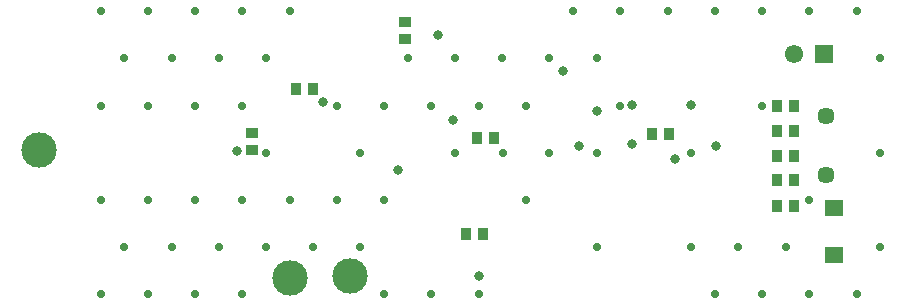
<source format=gbr>
G04*
G04 #@! TF.GenerationSoftware,Altium Limited,Altium Designer,24.6.1 (21)*
G04*
G04 Layer_Color=16711935*
%FSLAX25Y25*%
%MOIN*%
G70*
G04*
G04 #@! TF.SameCoordinates,070BA572-D09E-44C5-9521-77B36399D436*
G04*
G04*
G04 #@! TF.FilePolarity,Negative*
G04*
G01*
G75*
%ADD26R,0.03740X0.04134*%
%ADD30R,0.04134X0.03740*%
%ADD37C,0.05709*%
%ADD38C,0.06102*%
%ADD39R,0.06102X0.06102*%
%ADD40C,0.03150*%
%ADD41C,0.02800*%
%ADD42C,0.11811*%
%ADD44R,0.06457X0.05512*%
D26*
X634791Y384500D02*
D03*
X640500Y384500D02*
D03*
X634791Y376104D02*
D03*
X640500D02*
D03*
X634880Y409372D02*
D03*
X640589D02*
D03*
X634830Y392757D02*
D03*
X640538D02*
D03*
X634880Y401016D02*
D03*
X640589D02*
D03*
X537000Y366500D02*
D03*
X531291D02*
D03*
X598854Y400000D02*
D03*
X593146D02*
D03*
X540500Y398500D02*
D03*
X534791D02*
D03*
X474646Y415000D02*
D03*
X480354D02*
D03*
D30*
X511000Y437354D02*
D03*
Y431646D02*
D03*
X460000Y400354D02*
D03*
Y394646D02*
D03*
D37*
X651185Y405842D02*
D03*
Y386157D02*
D03*
D38*
X640500Y426500D02*
D03*
D39*
X650500D02*
D03*
D40*
X569000Y396000D02*
D03*
X522000Y433000D02*
D03*
X535500Y352500D02*
D03*
X600987Y391500D02*
D03*
X606280Y409780D02*
D03*
X614500Y396000D02*
D03*
X508500Y388000D02*
D03*
X483500Y410500D02*
D03*
X454941Y394441D02*
D03*
X586500Y409500D02*
D03*
Y396500D02*
D03*
X575000Y407500D02*
D03*
X563500Y421000D02*
D03*
X527059Y404559D02*
D03*
D41*
X645669Y377953D02*
D03*
X543672Y393701D02*
D03*
X661417Y440945D02*
D03*
X669291Y425197D02*
D03*
Y393701D02*
D03*
Y362205D02*
D03*
X661417Y346457D02*
D03*
X645669Y440945D02*
D03*
Y346457D02*
D03*
X629921Y440945D02*
D03*
Y409449D02*
D03*
X637795Y362205D02*
D03*
X629921Y346457D02*
D03*
X614173Y440945D02*
D03*
X622047Y362205D02*
D03*
X614173Y346457D02*
D03*
X598425Y440945D02*
D03*
X606299Y393701D02*
D03*
Y362205D02*
D03*
X582677Y440945D02*
D03*
Y409449D02*
D03*
X566929Y440945D02*
D03*
X574803Y425197D02*
D03*
Y393701D02*
D03*
Y362205D02*
D03*
X559055Y425197D02*
D03*
X551181Y409449D02*
D03*
X559055Y393701D02*
D03*
X551181Y377953D02*
D03*
X543307Y425197D02*
D03*
X535433Y409449D02*
D03*
Y346457D02*
D03*
X527559Y425197D02*
D03*
X519685Y409449D02*
D03*
X527559Y393701D02*
D03*
X519685Y346457D02*
D03*
X511811Y425197D02*
D03*
X503937Y409449D02*
D03*
Y377953D02*
D03*
Y346457D02*
D03*
X488189Y409449D02*
D03*
X496063Y393701D02*
D03*
X488189Y377953D02*
D03*
X496063Y362205D02*
D03*
X472441Y440945D02*
D03*
Y377953D02*
D03*
X480315Y362205D02*
D03*
X456693Y440945D02*
D03*
X464567Y425197D02*
D03*
X456693Y409449D02*
D03*
X464567Y393701D02*
D03*
X456693Y377953D02*
D03*
X464567Y362205D02*
D03*
X456693Y346457D02*
D03*
X440945Y440945D02*
D03*
X448819Y425197D02*
D03*
X440945Y409449D02*
D03*
Y377953D02*
D03*
X448819Y362205D02*
D03*
X440945Y346457D02*
D03*
X425197Y440945D02*
D03*
X433071Y425197D02*
D03*
X425197Y409449D02*
D03*
Y377953D02*
D03*
X433071Y362205D02*
D03*
X425197Y346457D02*
D03*
X409449Y440945D02*
D03*
X417323Y425197D02*
D03*
X409449Y409449D02*
D03*
Y377953D02*
D03*
X417323Y362205D02*
D03*
X409449Y346457D02*
D03*
D42*
X472500Y352000D02*
D03*
X492500Y352500D02*
D03*
X389000Y394500D02*
D03*
D44*
X654000Y359567D02*
D03*
Y375433D02*
D03*
M02*

</source>
